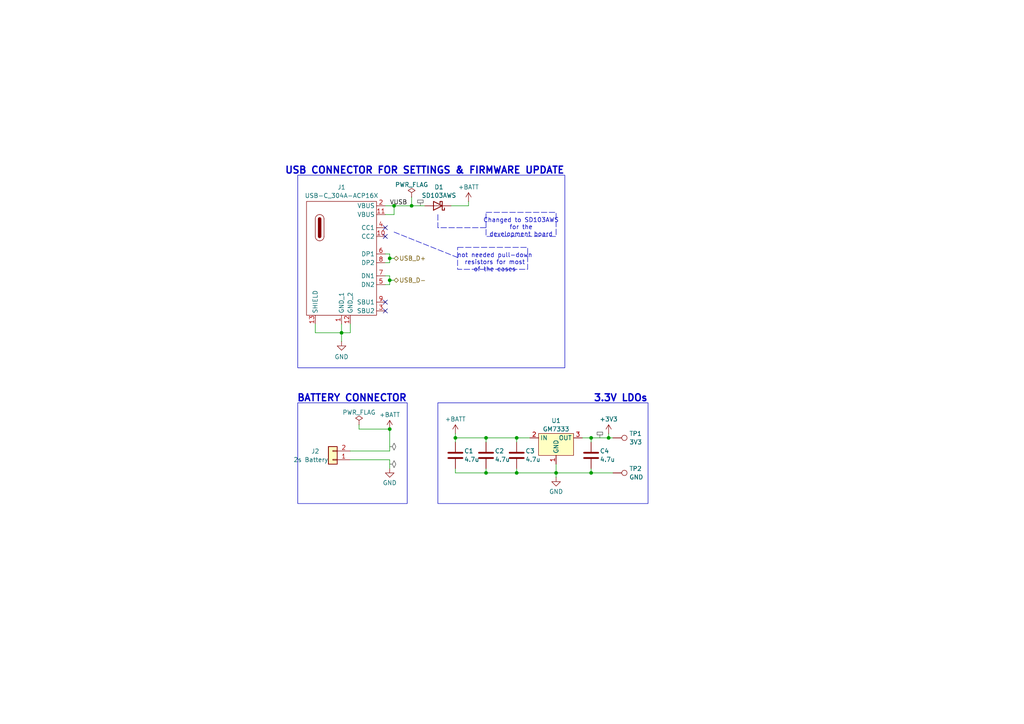
<source format=kicad_sch>
(kicad_sch
	(version 20250114)
	(generator "eeschema")
	(generator_version "9.0")
	(uuid "b48a69b8-486b-425d-a118-f9fea187d6e1")
	(paper "A4")
	(title_block
		(title "Ant Robot control board")
		(date "2025-05-05")
		(rev "2.0")
		(company "Filippo Castellan")
	)
	(lib_symbols
		(symbol "Connector:TestPoint"
			(pin_numbers
				(hide yes)
			)
			(pin_names
				(offset 0.762)
				(hide yes)
			)
			(exclude_from_sim no)
			(in_bom yes)
			(on_board yes)
			(property "Reference" "TP"
				(at 0 6.858 0)
				(effects
					(font
						(size 1.27 1.27)
					)
				)
			)
			(property "Value" "TestPoint"
				(at 0 5.08 0)
				(effects
					(font
						(size 1.27 1.27)
					)
				)
			)
			(property "Footprint" ""
				(at 5.08 0 0)
				(effects
					(font
						(size 1.27 1.27)
					)
					(hide yes)
				)
			)
			(property "Datasheet" "~"
				(at 5.08 0 0)
				(effects
					(font
						(size 1.27 1.27)
					)
					(hide yes)
				)
			)
			(property "Description" "test point"
				(at 0 0 0)
				(effects
					(font
						(size 1.27 1.27)
					)
					(hide yes)
				)
			)
			(property "ki_keywords" "test point tp"
				(at 0 0 0)
				(effects
					(font
						(size 1.27 1.27)
					)
					(hide yes)
				)
			)
			(property "ki_fp_filters" "Pin* Test*"
				(at 0 0 0)
				(effects
					(font
						(size 1.27 1.27)
					)
					(hide yes)
				)
			)
			(symbol "TestPoint_0_1"
				(circle
					(center 0 3.302)
					(radius 0.762)
					(stroke
						(width 0)
						(type default)
					)
					(fill
						(type none)
					)
				)
			)
			(symbol "TestPoint_1_1"
				(pin passive line
					(at 0 0 90)
					(length 2.54)
					(name "1"
						(effects
							(font
								(size 1.27 1.27)
							)
						)
					)
					(number "1"
						(effects
							(font
								(size 1.27 1.27)
							)
						)
					)
				)
			)
			(embedded_fonts no)
		)
		(symbol "Connector_Generic:Conn_01x02"
			(pin_names
				(offset 1.016)
				(hide yes)
			)
			(exclude_from_sim no)
			(in_bom yes)
			(on_board yes)
			(property "Reference" "J"
				(at 0 2.54 0)
				(effects
					(font
						(size 1.27 1.27)
					)
				)
			)
			(property "Value" "Conn_01x02"
				(at 0 -5.08 0)
				(effects
					(font
						(size 1.27 1.27)
					)
				)
			)
			(property "Footprint" ""
				(at 0 0 0)
				(effects
					(font
						(size 1.27 1.27)
					)
					(hide yes)
				)
			)
			(property "Datasheet" "~"
				(at 0 0 0)
				(effects
					(font
						(size 1.27 1.27)
					)
					(hide yes)
				)
			)
			(property "Description" "Generic connector, single row, 01x02, script generated (kicad-library-utils/schlib/autogen/connector/)"
				(at 0 0 0)
				(effects
					(font
						(size 1.27 1.27)
					)
					(hide yes)
				)
			)
			(property "ki_keywords" "connector"
				(at 0 0 0)
				(effects
					(font
						(size 1.27 1.27)
					)
					(hide yes)
				)
			)
			(property "ki_fp_filters" "Connector*:*_1x??_*"
				(at 0 0 0)
				(effects
					(font
						(size 1.27 1.27)
					)
					(hide yes)
				)
			)
			(symbol "Conn_01x02_1_1"
				(rectangle
					(start -1.27 1.27)
					(end 1.27 -3.81)
					(stroke
						(width 0.254)
						(type default)
					)
					(fill
						(type background)
					)
				)
				(rectangle
					(start -1.27 0.127)
					(end 0 -0.127)
					(stroke
						(width 0.1524)
						(type default)
					)
					(fill
						(type none)
					)
				)
				(rectangle
					(start -1.27 -2.413)
					(end 0 -2.667)
					(stroke
						(width 0.1524)
						(type default)
					)
					(fill
						(type none)
					)
				)
				(pin passive line
					(at -5.08 0 0)
					(length 3.81)
					(name "Pin_1"
						(effects
							(font
								(size 1.27 1.27)
							)
						)
					)
					(number "1"
						(effects
							(font
								(size 1.27 1.27)
							)
						)
					)
				)
				(pin passive line
					(at -5.08 -2.54 0)
					(length 3.81)
					(name "Pin_2"
						(effects
							(font
								(size 1.27 1.27)
							)
						)
					)
					(number "2"
						(effects
							(font
								(size 1.27 1.27)
							)
						)
					)
				)
			)
			(embedded_fonts no)
		)
		(symbol "Device:C"
			(pin_numbers
				(hide yes)
			)
			(pin_names
				(offset 0.254)
			)
			(exclude_from_sim no)
			(in_bom yes)
			(on_board yes)
			(property "Reference" "C"
				(at 0.635 2.54 0)
				(effects
					(font
						(size 1.27 1.27)
					)
					(justify left)
				)
			)
			(property "Value" "C"
				(at 0.635 -2.54 0)
				(effects
					(font
						(size 1.27 1.27)
					)
					(justify left)
				)
			)
			(property "Footprint" ""
				(at 0.9652 -3.81 0)
				(effects
					(font
						(size 1.27 1.27)
					)
					(hide yes)
				)
			)
			(property "Datasheet" "~"
				(at 0 0 0)
				(effects
					(font
						(size 1.27 1.27)
					)
					(hide yes)
				)
			)
			(property "Description" "Unpolarized capacitor"
				(at 0 0 0)
				(effects
					(font
						(size 1.27 1.27)
					)
					(hide yes)
				)
			)
			(property "ki_keywords" "cap capacitor"
				(at 0 0 0)
				(effects
					(font
						(size 1.27 1.27)
					)
					(hide yes)
				)
			)
			(property "ki_fp_filters" "C_*"
				(at 0 0 0)
				(effects
					(font
						(size 1.27 1.27)
					)
					(hide yes)
				)
			)
			(symbol "C_0_1"
				(polyline
					(pts
						(xy -2.032 0.762) (xy 2.032 0.762)
					)
					(stroke
						(width 0.508)
						(type default)
					)
					(fill
						(type none)
					)
				)
				(polyline
					(pts
						(xy -2.032 -0.762) (xy 2.032 -0.762)
					)
					(stroke
						(width 0.508)
						(type default)
					)
					(fill
						(type none)
					)
				)
			)
			(symbol "C_1_1"
				(pin passive line
					(at 0 3.81 270)
					(length 2.794)
					(name "~"
						(effects
							(font
								(size 1.27 1.27)
							)
						)
					)
					(number "1"
						(effects
							(font
								(size 1.27 1.27)
							)
						)
					)
				)
				(pin passive line
					(at 0 -3.81 90)
					(length 2.794)
					(name "~"
						(effects
							(font
								(size 1.27 1.27)
							)
						)
					)
					(number "2"
						(effects
							(font
								(size 1.27 1.27)
							)
						)
					)
				)
			)
			(embedded_fonts no)
		)
		(symbol "Device:D_Schottky"
			(pin_numbers
				(hide yes)
			)
			(pin_names
				(offset 1.016)
				(hide yes)
			)
			(exclude_from_sim no)
			(in_bom yes)
			(on_board yes)
			(property "Reference" "D"
				(at 0 2.54 0)
				(effects
					(font
						(size 1.27 1.27)
					)
				)
			)
			(property "Value" "D_Schottky"
				(at 0 -2.54 0)
				(effects
					(font
						(size 1.27 1.27)
					)
				)
			)
			(property "Footprint" ""
				(at 0 0 0)
				(effects
					(font
						(size 1.27 1.27)
					)
					(hide yes)
				)
			)
			(property "Datasheet" "~"
				(at 0 0 0)
				(effects
					(font
						(size 1.27 1.27)
					)
					(hide yes)
				)
			)
			(property "Description" "Schottky diode"
				(at 0 0 0)
				(effects
					(font
						(size 1.27 1.27)
					)
					(hide yes)
				)
			)
			(property "ki_keywords" "diode Schottky"
				(at 0 0 0)
				(effects
					(font
						(size 1.27 1.27)
					)
					(hide yes)
				)
			)
			(property "ki_fp_filters" "TO-???* *_Diode_* *SingleDiode* D_*"
				(at 0 0 0)
				(effects
					(font
						(size 1.27 1.27)
					)
					(hide yes)
				)
			)
			(symbol "D_Schottky_0_1"
				(polyline
					(pts
						(xy -1.905 0.635) (xy -1.905 1.27) (xy -1.27 1.27) (xy -1.27 -1.27) (xy -0.635 -1.27) (xy -0.635 -0.635)
					)
					(stroke
						(width 0.254)
						(type default)
					)
					(fill
						(type none)
					)
				)
				(polyline
					(pts
						(xy 1.27 1.27) (xy 1.27 -1.27) (xy -1.27 0) (xy 1.27 1.27)
					)
					(stroke
						(width 0.254)
						(type default)
					)
					(fill
						(type none)
					)
				)
				(polyline
					(pts
						(xy 1.27 0) (xy -1.27 0)
					)
					(stroke
						(width 0)
						(type default)
					)
					(fill
						(type none)
					)
				)
			)
			(symbol "D_Schottky_1_1"
				(pin passive line
					(at -3.81 0 0)
					(length 2.54)
					(name "K"
						(effects
							(font
								(size 1.27 1.27)
							)
						)
					)
					(number "1"
						(effects
							(font
								(size 1.27 1.27)
							)
						)
					)
				)
				(pin passive line
					(at 3.81 0 180)
					(length 2.54)
					(name "A"
						(effects
							(font
								(size 1.27 1.27)
							)
						)
					)
					(number "2"
						(effects
							(font
								(size 1.27 1.27)
							)
						)
					)
				)
			)
			(embedded_fonts no)
		)
		(symbol "_MIA:USB-C_304A-ACP16X"
			(exclude_from_sim no)
			(in_bom yes)
			(on_board yes)
			(property "Reference" "J1"
				(at 0 18.889 0)
				(effects
					(font
						(size 1.27 1.27)
					)
				)
			)
			(property "Value" "USB-C_304A-ACP16X"
				(at 0 16.3521 0)
				(effects
					(font
						(size 1.27 1.27)
					)
				)
			)
			(property "Footprint" "_MIA:USB_C_304A-ACP16X"
				(at 0 2.54 0)
				(effects
					(font
						(size 1.27 1.27)
					)
					(hide yes)
				)
			)
			(property "Datasheet" "https://datasheet.lcsc.com/lcsc/2110291630_XUNPU-TYPEC-304A-ACP16W_C2909607.pdf"
				(at 0 2.54 0)
				(effects
					(font
						(size 1.27 1.27)
					)
					(hide yes)
				)
			)
			(property "Description" ""
				(at 0 0 0)
				(effects
					(font
						(size 1.27 1.27)
					)
					(hide yes)
				)
			)
			(symbol "USB-C_304A-ACP16X_0_1"
				(rectangle
					(start -10.16 15.24)
					(end 10.16 -17.78)
					(stroke
						(width 0.1524)
						(type default)
					)
					(fill
						(type none)
					)
				)
				(polyline
					(pts
						(xy -7.62 10.16) (xy -7.62 5.08)
					)
					(stroke
						(width 0.1524)
						(type default)
					)
					(fill
						(type none)
					)
				)
				(arc
					(start -6.35 11.43)
					(mid -5.452 11.058)
					(end -5.08 10.16)
					(stroke
						(width 0.1524)
						(type default)
					)
					(fill
						(type none)
					)
				)
				(arc
					(start -5.08 5.08)
					(mid -5.452 4.182)
					(end -6.35 3.81)
					(stroke
						(width 0.1524)
						(type default)
					)
					(fill
						(type none)
					)
				)
				(polyline
					(pts
						(xy -6.35 10.16) (xy -6.35 10.16)
					)
					(stroke
						(width 0.1524)
						(type default)
					)
					(fill
						(type none)
					)
				)
				(polyline
					(pts
						(xy -6.35 10.16) (xy -6.35 5.08)
					)
					(stroke
						(width 1)
						(type default)
					)
					(fill
						(type none)
					)
				)
				(arc
					(start -7.62 10.16)
					(mid -7.248 11.058)
					(end -6.35 11.43)
					(stroke
						(width 0.1524)
						(type default)
					)
					(fill
						(type none)
					)
				)
				(arc
					(start -6.35 3.81)
					(mid -7.248 4.182)
					(end -7.62 5.08)
					(stroke
						(width 0.1524)
						(type default)
					)
					(fill
						(type none)
					)
				)
				(polyline
					(pts
						(xy -5.08 10.16) (xy -5.08 5.08)
					)
					(stroke
						(width 0.1524)
						(type default)
					)
					(fill
						(type none)
					)
				)
			)
			(symbol "USB-C_304A-ACP16X_1_1"
				(pin power_in line
					(at -7.62 -20.32 90)
					(length 2.54)
					(name "SHIELD"
						(effects
							(font
								(size 1.27 1.27)
							)
						)
					)
					(number "13"
						(effects
							(font
								(size 1.27 1.27)
							)
						)
					)
				)
				(pin power_in line
					(at 0 -20.32 90)
					(length 2.54)
					(name "GND_1"
						(effects
							(font
								(size 1.27 1.27)
							)
						)
					)
					(number "1"
						(effects
							(font
								(size 1.27 1.27)
							)
						)
					)
				)
				(pin power_out line
					(at 2.54 -20.32 90)
					(length 2.54)
					(name "GND_2"
						(effects
							(font
								(size 1.27 1.27)
							)
						)
					)
					(number "12"
						(effects
							(font
								(size 1.27 1.27)
							)
						)
					)
				)
				(pin power_in line
					(at 12.7 13.97 180)
					(length 2.54)
					(name "VBUS"
						(effects
							(font
								(size 1.27 1.27)
							)
						)
					)
					(number "2"
						(effects
							(font
								(size 1.27 1.27)
							)
						)
					)
				)
				(pin power_in line
					(at 12.7 11.43 180)
					(length 2.54)
					(name "VBUS"
						(effects
							(font
								(size 1.27 1.27)
							)
						)
					)
					(number "11"
						(effects
							(font
								(size 1.27 1.27)
							)
						)
					)
				)
				(pin unspecified line
					(at 12.7 7.62 180)
					(length 2.54)
					(name "CC1"
						(effects
							(font
								(size 1.27 1.27)
							)
						)
					)
					(number "4"
						(effects
							(font
								(size 1.27 1.27)
							)
						)
					)
				)
				(pin unspecified line
					(at 12.7 5.08 180)
					(length 2.54)
					(name "CC2"
						(effects
							(font
								(size 1.27 1.27)
							)
						)
					)
					(number "10"
						(effects
							(font
								(size 1.27 1.27)
							)
						)
					)
				)
				(pin bidirectional line
					(at 12.7 0 180)
					(length 2.54)
					(name "DP1"
						(effects
							(font
								(size 1.27 1.27)
							)
						)
					)
					(number "6"
						(effects
							(font
								(size 1.27 1.27)
							)
						)
					)
				)
				(pin bidirectional line
					(at 12.7 -2.54 180)
					(length 2.54)
					(name "DP2"
						(effects
							(font
								(size 1.27 1.27)
							)
						)
					)
					(number "8"
						(effects
							(font
								(size 1.27 1.27)
							)
						)
					)
				)
				(pin bidirectional line
					(at 12.7 -6.35 180)
					(length 2.54)
					(name "DN1"
						(effects
							(font
								(size 1.27 1.27)
							)
						)
					)
					(number "7"
						(effects
							(font
								(size 1.27 1.27)
							)
						)
					)
				)
				(pin bidirectional line
					(at 12.7 -8.89 180)
					(length 2.54)
					(name "DN2"
						(effects
							(font
								(size 1.27 1.27)
							)
						)
					)
					(number "5"
						(effects
							(font
								(size 1.27 1.27)
							)
						)
					)
				)
				(pin unspecified line
					(at 12.7 -13.97 180)
					(length 2.54)
					(name "SBU1"
						(effects
							(font
								(size 1.27 1.27)
							)
						)
					)
					(number "9"
						(effects
							(font
								(size 1.27 1.27)
							)
						)
					)
				)
				(pin unspecified line
					(at 12.7 -16.51 180)
					(length 2.54)
					(name "SBU2"
						(effects
							(font
								(size 1.27 1.27)
							)
						)
					)
					(number "3"
						(effects
							(font
								(size 1.27 1.27)
							)
						)
					)
				)
			)
			(embedded_fonts no)
		)
		(symbol "_My_power_management_IC:GM7333"
			(exclude_from_sim no)
			(in_bom yes)
			(on_board yes)
			(property "Reference" "U"
				(at 0 2.794 0)
				(effects
					(font
						(size 1.27 1.27)
					)
				)
			)
			(property "Value" "GM7333"
				(at 0 1.016 0)
				(effects
					(font
						(size 1.27 1.27)
					)
				)
			)
			(property "Footprint" "Package_TO_SOT_SMD:SOT-89-3"
				(at 0.762 12.446 0)
				(effects
					(font
						(size 1.27 1.27)
					)
					(hide yes)
				)
			)
			(property "Datasheet" "https://www.lcsc.com/datasheet/lcsc_datasheet_2308181508_GATEMODE-GM7333_C2833582.pdf"
				(at 0.254 16.002 0)
				(effects
					(font
						(size 1.27 1.27)
					)
					(hide yes)
				)
			)
			(property "Description" "250mA LDO 40Vin 3.3Vout"
				(at 0.254 14.224 0)
				(effects
					(font
						(size 1.27 1.27)
					)
					(hide yes)
				)
			)
			(property "LCSC" "C2833582"
				(at 0 10.668 0)
				(effects
					(font
						(size 1.27 1.27)
					)
					(hide yes)
				)
			)
			(property "ki_keywords" "LDO"
				(at 0 0 0)
				(effects
					(font
						(size 1.27 1.27)
					)
					(hide yes)
				)
			)
			(symbol "GM7333_1_1"
				(rectangle
					(start -5.08 0)
					(end 5.08 -6.35)
					(stroke
						(width 0)
						(type default)
					)
					(fill
						(type background)
					)
				)
				(pin power_in line
					(at -7.62 -1.27 0)
					(length 2.54)
					(name "IN"
						(effects
							(font
								(size 1.27 1.27)
							)
						)
					)
					(number "2"
						(effects
							(font
								(size 1.27 1.27)
							)
						)
					)
				)
				(pin power_in line
					(at 0 -8.89 90)
					(length 2.54)
					(name "GND"
						(effects
							(font
								(size 1.27 1.27)
							)
						)
					)
					(number "1"
						(effects
							(font
								(size 1.27 1.27)
							)
						)
					)
				)
				(pin power_out line
					(at 7.62 -1.27 180)
					(length 2.54)
					(name "OUT"
						(effects
							(font
								(size 1.27 1.27)
							)
						)
					)
					(number "3"
						(effects
							(font
								(size 1.27 1.27)
							)
						)
					)
				)
			)
			(embedded_fonts no)
		)
		(symbol "power:+3V3"
			(power)
			(pin_numbers
				(hide yes)
			)
			(pin_names
				(offset 0)
				(hide yes)
			)
			(exclude_from_sim no)
			(in_bom yes)
			(on_board yes)
			(property "Reference" "#PWR"
				(at 0 -3.81 0)
				(effects
					(font
						(size 1.27 1.27)
					)
					(hide yes)
				)
			)
			(property "Value" "+3V3"
				(at 0 3.556 0)
				(effects
					(font
						(size 1.27 1.27)
					)
				)
			)
			(property "Footprint" ""
				(at 0 0 0)
				(effects
					(font
						(size 1.27 1.27)
					)
					(hide yes)
				)
			)
			(property "Datasheet" ""
				(at 0 0 0)
				(effects
					(font
						(size 1.27 1.27)
					)
					(hide yes)
				)
			)
			(property "Description" "Power symbol creates a global label with name \"+3V3\""
				(at 0 0 0)
				(effects
					(font
						(size 1.27 1.27)
					)
					(hide yes)
				)
			)
			(property "ki_keywords" "global power"
				(at 0 0 0)
				(effects
					(font
						(size 1.27 1.27)
					)
					(hide yes)
				)
			)
			(symbol "+3V3_0_1"
				(polyline
					(pts
						(xy -0.762 1.27) (xy 0 2.54)
					)
					(stroke
						(width 0)
						(type default)
					)
					(fill
						(type none)
					)
				)
				(polyline
					(pts
						(xy 0 2.54) (xy 0.762 1.27)
					)
					(stroke
						(width 0)
						(type default)
					)
					(fill
						(type none)
					)
				)
				(polyline
					(pts
						(xy 0 0) (xy 0 2.54)
					)
					(stroke
						(width 0)
						(type default)
					)
					(fill
						(type none)
					)
				)
			)
			(symbol "+3V3_1_1"
				(pin power_in line
					(at 0 0 90)
					(length 0)
					(name "~"
						(effects
							(font
								(size 1.27 1.27)
							)
						)
					)
					(number "1"
						(effects
							(font
								(size 1.27 1.27)
							)
						)
					)
				)
			)
			(embedded_fonts no)
		)
		(symbol "power:+BATT"
			(power)
			(pin_numbers
				(hide yes)
			)
			(pin_names
				(offset 0)
				(hide yes)
			)
			(exclude_from_sim no)
			(in_bom yes)
			(on_board yes)
			(property "Reference" "#PWR"
				(at 0 -3.81 0)
				(effects
					(font
						(size 1.27 1.27)
					)
					(hide yes)
				)
			)
			(property "Value" "+BATT"
				(at 0 3.556 0)
				(effects
					(font
						(size 1.27 1.27)
					)
				)
			)
			(property "Footprint" ""
				(at 0 0 0)
				(effects
					(font
						(size 1.27 1.27)
					)
					(hide yes)
				)
			)
			(property "Datasheet" ""
				(at 0 0 0)
				(effects
					(font
						(size 1.27 1.27)
					)
					(hide yes)
				)
			)
			(property "Description" "Power symbol creates a global label with name \"+BATT\""
				(at 0 0 0)
				(effects
					(font
						(size 1.27 1.27)
					)
					(hide yes)
				)
			)
			(property "ki_keywords" "global power battery"
				(at 0 0 0)
				(effects
					(font
						(size 1.27 1.27)
					)
					(hide yes)
				)
			)
			(symbol "+BATT_0_1"
				(polyline
					(pts
						(xy -0.762 1.27) (xy 0 2.54)
					)
					(stroke
						(width 0)
						(type default)
					)
					(fill
						(type none)
					)
				)
				(polyline
					(pts
						(xy 0 2.54) (xy 0.762 1.27)
					)
					(stroke
						(width 0)
						(type default)
					)
					(fill
						(type none)
					)
				)
				(polyline
					(pts
						(xy 0 0) (xy 0 2.54)
					)
					(stroke
						(width 0)
						(type default)
					)
					(fill
						(type none)
					)
				)
			)
			(symbol "+BATT_1_1"
				(pin power_in line
					(at 0 0 90)
					(length 0)
					(name "~"
						(effects
							(font
								(size 1.27 1.27)
							)
						)
					)
					(number "1"
						(effects
							(font
								(size 1.27 1.27)
							)
						)
					)
				)
			)
			(embedded_fonts no)
		)
		(symbol "power:GND"
			(power)
			(pin_numbers
				(hide yes)
			)
			(pin_names
				(offset 0)
				(hide yes)
			)
			(exclude_from_sim no)
			(in_bom yes)
			(on_board yes)
			(property "Reference" "#PWR"
				(at 0 -6.35 0)
				(effects
					(font
						(size 1.27 1.27)
					)
					(hide yes)
				)
			)
			(property "Value" "GND"
				(at 0 -3.81 0)
				(effects
					(font
						(size 1.27 1.27)
					)
				)
			)
			(property "Footprint" ""
				(at 0 0 0)
				(effects
					(font
						(size 1.27 1.27)
					)
					(hide yes)
				)
			)
			(property "Datasheet" ""
				(at 0 0 0)
				(effects
					(font
						(size 1.27 1.27)
					)
					(hide yes)
				)
			)
			(property "Description" "Power symbol creates a global label with name \"GND\" , ground"
				(at 0 0 0)
				(effects
					(font
						(size 1.27 1.27)
					)
					(hide yes)
				)
			)
			(property "ki_keywords" "global power"
				(at 0 0 0)
				(effects
					(font
						(size 1.27 1.27)
					)
					(hide yes)
				)
			)
			(symbol "GND_0_1"
				(polyline
					(pts
						(xy 0 0) (xy 0 -1.27) (xy 1.27 -1.27) (xy 0 -2.54) (xy -1.27 -1.27) (xy 0 -1.27)
					)
					(stroke
						(width 0)
						(type default)
					)
					(fill
						(type none)
					)
				)
			)
			(symbol "GND_1_1"
				(pin power_in line
					(at 0 0 270)
					(length 0)
					(name "~"
						(effects
							(font
								(size 1.27 1.27)
							)
						)
					)
					(number "1"
						(effects
							(font
								(size 1.27 1.27)
							)
						)
					)
				)
			)
			(embedded_fonts no)
		)
		(symbol "power:PWR_FLAG"
			(power)
			(pin_numbers
				(hide yes)
			)
			(pin_names
				(offset 0)
				(hide yes)
			)
			(exclude_from_sim no)
			(in_bom yes)
			(on_board yes)
			(property "Reference" "#FLG"
				(at 0 1.905 0)
				(effects
					(font
						(size 1.27 1.27)
					)
					(hide yes)
				)
			)
			(property "Value" "PWR_FLAG"
				(at 0 3.81 0)
				(effects
					(font
						(size 1.27 1.27)
					)
				)
			)
			(property "Footprint" ""
				(at 0 0 0)
				(effects
					(font
						(size 1.27 1.27)
					)
					(hide yes)
				)
			)
			(property "Datasheet" "~"
				(at 0 0 0)
				(effects
					(font
						(size 1.27 1.27)
					)
					(hide yes)
				)
			)
			(property "Description" "Special symbol for telling ERC where power comes from"
				(at 0 0 0)
				(effects
					(font
						(size 1.27 1.27)
					)
					(hide yes)
				)
			)
			(property "ki_keywords" "flag power"
				(at 0 0 0)
				(effects
					(font
						(size 1.27 1.27)
					)
					(hide yes)
				)
			)
			(symbol "PWR_FLAG_0_0"
				(pin power_out line
					(at 0 0 90)
					(length 0)
					(name "~"
						(effects
							(font
								(size 1.27 1.27)
							)
						)
					)
					(number "1"
						(effects
							(font
								(size 1.27 1.27)
							)
						)
					)
				)
			)
			(symbol "PWR_FLAG_0_1"
				(polyline
					(pts
						(xy 0 0) (xy 0 1.27) (xy -1.016 1.905) (xy 0 2.54) (xy 1.016 1.905) (xy 0 1.27)
					)
					(stroke
						(width 0)
						(type default)
					)
					(fill
						(type none)
					)
				)
			)
			(embedded_fonts no)
		)
	)
	(rectangle
		(start 86.36 50.8)
		(end 163.83 106.68)
		(stroke
			(width 0)
			(type default)
		)
		(fill
			(type none)
		)
		(uuid 3b3f8676-b557-4c2e-95af-09f9ac8a9b5f)
	)
	(rectangle
		(start 86.36 116.84)
		(end 118.11 146.05)
		(stroke
			(width 0)
			(type default)
		)
		(fill
			(type none)
		)
		(uuid 58905789-62e1-4828-812c-724259379af1)
	)
	(rectangle
		(start 140.97 61.595)
		(end 161.29 68.58)
		(stroke
			(width 0)
			(type dash)
		)
		(fill
			(type none)
		)
		(uuid 8a9ed273-a2ab-48c0-99be-f04933633dda)
	)
	(rectangle
		(start 132.715 71.755)
		(end 153.035 78.105)
		(stroke
			(width 0)
			(type dash)
		)
		(fill
			(type none)
		)
		(uuid b05479c5-8c0f-4a3f-9ad5-dd4e1e3d0bd8)
	)
	(rectangle
		(start 127 116.84)
		(end 187.96 146.05)
		(stroke
			(width 0)
			(type default)
		)
		(fill
			(type none)
		)
		(uuid c9424b0b-9503-4ffb-a1f8-b08eac2170dd)
	)
	(text "not needed pull-down\nresistors for most\nof the cases"
		(exclude_from_sim no)
		(at 143.51 76.2 0)
		(effects
			(font
				(size 1.27 1.27)
			)
		)
		(uuid "12358778-5951-4058-99bc-a67f758500ea")
	)
	(text "BATTERY CONNECTOR"
		(exclude_from_sim no)
		(at 118.11 115.57 0)
		(effects
			(font
				(size 2 2)
				(thickness 0.4)
				(bold yes)
			)
			(justify right)
		)
		(uuid "5d3a4ae9-760a-4d2a-9b83-84a15e26e65d")
	)
	(text "3.3V LDOs"
		(exclude_from_sim no)
		(at 187.96 115.57 0)
		(effects
			(font
				(size 2 2)
				(thickness 0.4)
				(bold yes)
			)
			(justify right)
		)
		(uuid "6cfe19aa-b883-4afa-9001-b356c1c9c0b2")
	)
	(text "USB CONNECTOR FOR SETTINGS & FIRMWARE UPDATE"
		(exclude_from_sim no)
		(at 163.83 49.53 0)
		(effects
			(font
				(size 2 2)
				(thickness 0.4)
				(bold yes)
			)
			(justify right)
		)
		(uuid "7a714632-03ea-4bc8-9c48-bfef9b795294")
	)
	(text "Changed to SD103AWS\nfor the\ndevelopment board"
		(exclude_from_sim no)
		(at 151.13 66.04 0)
		(effects
			(font
				(size 1.27 1.27)
			)
		)
		(uuid "ae9fe72e-486d-47be-95ff-40c359e46dde")
	)
	(junction
		(at 176.53 127)
		(diameter 0)
		(color 0 0 0 0)
		(uuid "1038c5be-a310-4477-a229-d8c68e4d0b75")
	)
	(junction
		(at 132.08 127)
		(diameter 0)
		(color 0 0 0 0)
		(uuid "13ce6af7-fc51-4bf2-8aaf-e3074b0903ca")
	)
	(junction
		(at 113.03 124.46)
		(diameter 0)
		(color 0 0 0 0)
		(uuid "1e240a25-3ebe-4358-8753-c434cb74b9d2")
	)
	(junction
		(at 140.97 127)
		(diameter 0)
		(color 0 0 0 0)
		(uuid "36cd6a25-a58e-47b6-8b11-bf09a712e871")
	)
	(junction
		(at 113.03 74.93)
		(diameter 0)
		(color 0 0 0 0)
		(uuid "5bf5d360-c14b-4bfe-9cc3-6c36f5baddb7")
	)
	(junction
		(at 171.45 137.16)
		(diameter 0)
		(color 0 0 0 0)
		(uuid "68b21b26-eb1e-4c29-91ab-263f746eed9d")
	)
	(junction
		(at 119.38 59.69)
		(diameter 0)
		(color 0 0 0 0)
		(uuid "69dca986-4a26-453a-8340-50ea48c85644")
	)
	(junction
		(at 114.3 59.69)
		(diameter 0)
		(color 0 0 0 0)
		(uuid "892c157f-a8ee-43ae-b5bb-6afee7aecedc")
	)
	(junction
		(at 113.03 81.28)
		(diameter 0)
		(color 0 0 0 0)
		(uuid "897c92e4-3d71-4c73-83b1-e29999fa773c")
	)
	(junction
		(at 140.97 137.16)
		(diameter 0)
		(color 0 0 0 0)
		(uuid "8a4e7c32-361f-4a25-910f-12922484d938")
	)
	(junction
		(at 149.86 137.16)
		(diameter 0)
		(color 0 0 0 0)
		(uuid "8d1c03a2-1d7c-47a1-95c5-dac6c84065a8")
	)
	(junction
		(at 149.86 127)
		(diameter 0)
		(color 0 0 0 0)
		(uuid "a3e1f0f0-3be8-4aff-afe3-1fbc0f8e593e")
	)
	(junction
		(at 161.29 137.16)
		(diameter 0)
		(color 0 0 0 0)
		(uuid "a9d03cf2-a067-4de3-8f74-dcc0c90aabbb")
	)
	(junction
		(at 99.06 96.52)
		(diameter 0)
		(color 0 0 0 0)
		(uuid "e933a7c9-5b08-487b-8f9d-ce70275f0221")
	)
	(junction
		(at 171.45 127)
		(diameter 0)
		(color 0 0 0 0)
		(uuid "f80cd281-26cf-4663-9e2e-2548c477d462")
	)
	(no_connect
		(at 111.76 87.63)
		(uuid "119c57fa-6e9d-4ae8-9364-abaa3240a555")
	)
	(no_connect
		(at 111.76 90.17)
		(uuid "9a6ceee7-9aba-431d-843c-f8d4dece71fe")
	)
	(no_connect
		(at 111.76 68.58)
		(uuid "bc0c1f3c-2cce-45db-a61b-f73c92a94807")
	)
	(no_connect
		(at 111.76 66.04)
		(uuid "ee17cc0a-0a7c-41cf-9509-63d5144472c2")
	)
	(polyline
		(pts
			(xy 127 62.23) (xy 127 66.04)
		)
		(stroke
			(width 0)
			(type dash)
		)
		(uuid "023cad34-449d-4099-8b41-198d4516e49f")
	)
	(wire
		(pts
			(xy 111.76 80.01) (xy 113.03 80.01)
		)
		(stroke
			(width 0)
			(type default)
		)
		(uuid "0c753ad0-f179-43ac-a37a-885c79116c0c")
	)
	(wire
		(pts
			(xy 99.06 96.52) (xy 101.6 96.52)
		)
		(stroke
			(width 0)
			(type default)
		)
		(uuid "1642f786-f6cf-4dc1-8c00-149e6436d0f1")
	)
	(wire
		(pts
			(xy 140.97 137.16) (xy 149.86 137.16)
		)
		(stroke
			(width 0)
			(type default)
		)
		(uuid "16fdbbdf-011c-4d15-9c1a-390512009b98")
	)
	(wire
		(pts
			(xy 140.97 127) (xy 149.86 127)
		)
		(stroke
			(width 0)
			(type default)
		)
		(uuid "17af2db6-f290-452c-a135-db8ec0fe9dba")
	)
	(wire
		(pts
			(xy 140.97 127) (xy 140.97 128.27)
		)
		(stroke
			(width 0)
			(type default)
		)
		(uuid "183cb230-ff9f-49c9-adbb-bc0b97dcae62")
	)
	(wire
		(pts
			(xy 101.6 133.35) (xy 113.03 133.35)
		)
		(stroke
			(width 0)
			(type default)
		)
		(uuid "1e66afa1-3d23-4df5-93a4-12688619af05")
	)
	(wire
		(pts
			(xy 111.76 76.2) (xy 113.03 76.2)
		)
		(stroke
			(width 0)
			(type default)
		)
		(uuid "1f4a6778-a14f-4da8-b543-e673c2a2b809")
	)
	(wire
		(pts
			(xy 132.08 137.16) (xy 140.97 137.16)
		)
		(stroke
			(width 0)
			(type default)
		)
		(uuid "242d214e-a3f4-4a99-aa70-2d05cd898bed")
	)
	(wire
		(pts
			(xy 113.03 133.35) (xy 113.03 135.89)
		)
		(stroke
			(width 0)
			(type default)
		)
		(uuid "26b85605-278a-415d-8560-c14e4e05133b")
	)
	(wire
		(pts
			(xy 91.44 96.52) (xy 99.06 96.52)
		)
		(stroke
			(width 0)
			(type default)
		)
		(uuid "2c488aee-96ad-46d4-8a75-8924abefd368")
	)
	(polyline
		(pts
			(xy 114.3 67.31) (xy 133.35 74.93)
		)
		(stroke
			(width 0)
			(type dash)
		)
		(uuid "2f0604ce-e4c4-4fa9-b6ef-4841cfcbe777")
	)
	(wire
		(pts
			(xy 132.08 128.27) (xy 132.08 127)
		)
		(stroke
			(width 0)
			(type default)
		)
		(uuid "33986fb5-7992-4be8-825a-42c241cc8534")
	)
	(wire
		(pts
			(xy 113.03 74.93) (xy 114.3 74.93)
		)
		(stroke
			(width 0)
			(type default)
		)
		(uuid "3897c33d-1314-4888-97e2-0f287cb5cd57")
	)
	(wire
		(pts
			(xy 132.08 127) (xy 140.97 127)
		)
		(stroke
			(width 0)
			(type default)
		)
		(uuid "4088d161-3d51-4571-b4d8-95b79d8d413c")
	)
	(wire
		(pts
			(xy 119.38 57.15) (xy 119.38 59.69)
		)
		(stroke
			(width 0)
			(type default)
		)
		(uuid "44ae0f8b-c86b-420d-b5ce-77c2da57df35")
	)
	(wire
		(pts
			(xy 161.29 134.62) (xy 161.29 137.16)
		)
		(stroke
			(width 0)
			(type default)
		)
		(uuid "45403bf1-87e4-447f-be1f-46ccf057fd60")
	)
	(wire
		(pts
			(xy 113.03 81.28) (xy 113.03 80.01)
		)
		(stroke
			(width 0)
			(type default)
		)
		(uuid "45929633-10df-497d-9a76-596ec3a49f01")
	)
	(wire
		(pts
			(xy 119.38 59.69) (xy 123.19 59.69)
		)
		(stroke
			(width 0)
			(type default)
		)
		(uuid "4b1dd89d-fab6-49be-96af-35e550309433")
	)
	(wire
		(pts
			(xy 171.45 127) (xy 171.45 128.27)
		)
		(stroke
			(width 0)
			(type default)
		)
		(uuid "4e8c792d-b5a0-4b7f-af35-09ef4783ec09")
	)
	(wire
		(pts
			(xy 104.14 124.46) (xy 113.03 124.46)
		)
		(stroke
			(width 0)
			(type default)
		)
		(uuid "57304d83-9bc1-4085-8e48-77a82e147f9c")
	)
	(wire
		(pts
			(xy 176.53 127) (xy 177.8 127)
		)
		(stroke
			(width 0)
			(type default)
		)
		(uuid "69bb006c-c5ab-43d5-b894-8c62ccbda029")
	)
	(wire
		(pts
			(xy 99.06 96.52) (xy 99.06 99.06)
		)
		(stroke
			(width 0)
			(type default)
		)
		(uuid "79893dfa-795a-4c91-b714-3332388f9713")
	)
	(wire
		(pts
			(xy 113.03 124.46) (xy 113.03 130.81)
		)
		(stroke
			(width 0)
			(type default)
		)
		(uuid "83302d92-d3f5-41e6-86b8-19335473699d")
	)
	(wire
		(pts
			(xy 161.29 137.16) (xy 161.29 138.43)
		)
		(stroke
			(width 0)
			(type default)
		)
		(uuid "8359112b-07e2-43ef-a219-a38ac7a997f1")
	)
	(wire
		(pts
			(xy 168.91 127) (xy 171.45 127)
		)
		(stroke
			(width 0)
			(type default)
		)
		(uuid "88534ddc-2e7f-418c-896f-d2d0063ee252")
	)
	(wire
		(pts
			(xy 114.3 62.23) (xy 114.3 59.69)
		)
		(stroke
			(width 0)
			(type default)
		)
		(uuid "88945d98-a01f-41b9-8e5d-b78a4eaa01f5")
	)
	(wire
		(pts
			(xy 113.03 76.2) (xy 113.03 74.93)
		)
		(stroke
			(width 0)
			(type default)
		)
		(uuid "8d97528a-b91d-4c59-a021-6c3a6919658b")
	)
	(wire
		(pts
			(xy 132.08 125.73) (xy 132.08 127)
		)
		(stroke
			(width 0)
			(type default)
		)
		(uuid "8e20f3bd-6bae-4dc0-9889-67363eeead7f")
	)
	(wire
		(pts
			(xy 132.08 135.89) (xy 132.08 137.16)
		)
		(stroke
			(width 0)
			(type default)
		)
		(uuid "901f107b-6492-4e48-86d3-0081aa68dc6f")
	)
	(wire
		(pts
			(xy 171.45 127) (xy 176.53 127)
		)
		(stroke
			(width 0)
			(type default)
		)
		(uuid "981179d8-655d-4d13-9169-023327d4ce68")
	)
	(wire
		(pts
			(xy 149.86 127) (xy 153.67 127)
		)
		(stroke
			(width 0)
			(type default)
		)
		(uuid "9ad5a0e0-c590-42ce-ba97-c8875ba0bdaf")
	)
	(wire
		(pts
			(xy 111.76 73.66) (xy 113.03 73.66)
		)
		(stroke
			(width 0)
			(type default)
		)
		(uuid "9bdaae23-734d-4ef7-aa7a-e67f77bc8cac")
	)
	(polyline
		(pts
			(xy 140.97 66.04) (xy 127 66.04)
		)
		(stroke
			(width 0)
			(type dash)
		)
		(uuid "a117c4ce-8c97-44a1-ada9-cb2312eec4ed")
	)
	(wire
		(pts
			(xy 111.76 59.69) (xy 114.3 59.69)
		)
		(stroke
			(width 0)
			(type default)
		)
		(uuid "a792ae98-3269-4b40-ace0-6a82faca8740")
	)
	(wire
		(pts
			(xy 149.86 137.16) (xy 149.86 135.89)
		)
		(stroke
			(width 0)
			(type default)
		)
		(uuid "aa0b3ee7-e67f-4d93-a54b-71078bfd696f")
	)
	(wire
		(pts
			(xy 171.45 137.16) (xy 171.45 135.89)
		)
		(stroke
			(width 0)
			(type default)
		)
		(uuid "aabb1235-fe9c-4b25-8743-87ad691de448")
	)
	(wire
		(pts
			(xy 111.76 62.23) (xy 114.3 62.23)
		)
		(stroke
			(width 0)
			(type default)
		)
		(uuid "b5818462-a0e8-4dd6-a86a-7d24995db0f1")
	)
	(wire
		(pts
			(xy 149.86 127) (xy 149.86 128.27)
		)
		(stroke
			(width 0)
			(type default)
		)
		(uuid "b6480232-3c6c-4a7b-bd5c-f4dd3a17dff8")
	)
	(wire
		(pts
			(xy 104.14 123.19) (xy 104.14 124.46)
		)
		(stroke
			(width 0)
			(type default)
		)
		(uuid "bd331afc-97f4-4d20-b110-4888f6ba44a2")
	)
	(wire
		(pts
			(xy 113.03 74.93) (xy 113.03 73.66)
		)
		(stroke
			(width 0)
			(type default)
		)
		(uuid "bef25836-9c62-4197-b13d-b32cfc48f9cf")
	)
	(wire
		(pts
			(xy 130.81 59.69) (xy 135.89 59.69)
		)
		(stroke
			(width 0)
			(type default)
		)
		(uuid "c13c334e-4787-4402-93b1-b438f60cb115")
	)
	(wire
		(pts
			(xy 113.03 81.28) (xy 113.03 82.55)
		)
		(stroke
			(width 0)
			(type default)
		)
		(uuid "cc007793-d091-4986-a63f-3fafb5a19eb7")
	)
	(wire
		(pts
			(xy 101.6 96.52) (xy 101.6 93.98)
		)
		(stroke
			(width 0)
			(type default)
		)
		(uuid "ce49a7c5-e2c3-439f-9eb8-bbdbad7b1bb5")
	)
	(wire
		(pts
			(xy 140.97 135.89) (xy 140.97 137.16)
		)
		(stroke
			(width 0)
			(type default)
		)
		(uuid "ce5313cd-1fa8-4197-bb7b-0f0e79fcf8f6")
	)
	(wire
		(pts
			(xy 161.29 137.16) (xy 171.45 137.16)
		)
		(stroke
			(width 0)
			(type default)
		)
		(uuid "da671b6b-54d5-4332-91ea-e16ccbb42f46")
	)
	(wire
		(pts
			(xy 176.53 125.73) (xy 176.53 127)
		)
		(stroke
			(width 0)
			(type default)
		)
		(uuid "dc619e04-4290-42d1-b31c-68f63e4d8071")
	)
	(wire
		(pts
			(xy 171.45 137.16) (xy 177.8 137.16)
		)
		(stroke
			(width 0)
			(type default)
		)
		(uuid "e34019c4-a69b-40e6-9ef8-988e86dc9702")
	)
	(wire
		(pts
			(xy 101.6 130.81) (xy 113.03 130.81)
		)
		(stroke
			(width 0)
			(type default)
		)
		(uuid "e7c968f0-ce2e-4b35-8f2b-816202dc01a0")
	)
	(wire
		(pts
			(xy 113.03 81.28) (xy 114.3 81.28)
		)
		(stroke
			(width 0)
			(type default)
		)
		(uuid "eb0f66c0-7e30-4b41-9082-62e92747bb23")
	)
	(wire
		(pts
			(xy 111.76 82.55) (xy 113.03 82.55)
		)
		(stroke
			(width 0)
			(type default)
		)
		(uuid "ef0524bc-4298-43ad-b9b2-96496f0fb6b4")
	)
	(wire
		(pts
			(xy 149.86 137.16) (xy 161.29 137.16)
		)
		(stroke
			(width 0)
			(type default)
		)
		(uuid "ef2bc6a6-ddc9-4dc9-b048-781df93e2e78")
	)
	(wire
		(pts
			(xy 99.06 93.98) (xy 99.06 96.52)
		)
		(stroke
			(width 0)
			(type default)
		)
		(uuid "f0560219-6928-471a-bdb3-bf1bed987a25")
	)
	(wire
		(pts
			(xy 135.89 58.42) (xy 135.89 59.69)
		)
		(stroke
			(width 0)
			(type default)
		)
		(uuid "f1990741-7da4-47ef-ac48-39dcd3094188")
	)
	(wire
		(pts
			(xy 91.44 93.98) (xy 91.44 96.52)
		)
		(stroke
			(width 0)
			(type default)
		)
		(uuid "fd8a6e62-f4a7-47fd-87cb-031e165579fb")
	)
	(wire
		(pts
			(xy 114.3 59.69) (xy 119.38 59.69)
		)
		(stroke
			(width 0)
			(type default)
		)
		(uuid "fdecfddd-9bb2-4ee8-8b9b-63db4fa55ef9")
	)
	(label "VUSB"
		(at 113.03 59.69 0)
		(effects
			(font
				(size 1.27 1.27)
			)
			(justify left bottom)
		)
		(uuid "6dff2367-d83a-4fd4-b3b9-eef93618d8c3")
	)
	(hierarchical_label "USB_D+"
		(shape bidirectional)
		(at 114.3 74.93 0)
		(effects
			(font
				(size 1.27 1.27)
			)
			(justify left)
		)
		(uuid "0a5f057d-3206-4226-ab91-0af6a41a9050")
	)
	(hierarchical_label "USB_D-"
		(shape bidirectional)
		(at 114.3 81.28 0)
		(effects
			(font
				(size 1.27 1.27)
			)
			(justify left)
		)
		(uuid "fde81dcf-c035-4b19-85cf-598a92a8bbee")
	)
	(netclass_flag ""
		(length 1.27)
		(shape diamond)
		(at 113.03 134.62 270)
		(fields_autoplaced yes)
		(effects
			(font
				(size 1.27 1.27)
			)
			(justify right bottom)
		)
		(uuid "1d2a6d1c-9949-4e46-8571-fd398d222536")
		(property "Netclass" "Power"
			(at 114.3 133.4135 90)
			(effects
				(font
					(size 1.27 1.27)
					(italic yes)
				)
				(justify left)
				(hide yes)
			)
		)
	)
	(netclass_flag ""
		(length 1.27)
		(shape rectangle)
		(at 173.99 127 0)
		(fields_autoplaced yes)
		(effects
			(font
				(size 1.27 1.27)
			)
			(justify left bottom)
		)
		(uuid "67f79263-414b-4712-bedd-e758ba7c0af9")
		(property "Netclass" "Power Logic"
			(at 175.1965 125.73 0)
			(effects
				(font
					(size 1.27 1.27)
					(italic yes)
				)
				(justify left)
				(hide yes)
			)
		)
	)
	(netclass_flag ""
		(length 1.27)
		(shape diamond)
		(at 113.03 129.54 270)
		(fields_autoplaced yes)
		(effects
			(font
				(size 1.27 1.27)
			)
			(justify right bottom)
		)
		(uuid "81040ae4-291c-435b-bcf0-a5a2c5d28e3e")
		(property "Netclass" "Power"
			(at 114.3 128.3335 90)
			(effects
				(font
					(size 1.27 1.27)
					(italic yes)
				)
				(justify left)
				(hide yes)
			)
		)
	)
	(netclass_flag ""
		(length 1.27)
		(shape rectangle)
		(at 121.92 59.69 0)
		(fields_autoplaced yes)
		(effects
			(font
				(size 1.27 1.27)
			)
			(justify left bottom)
		)
		(uuid "dd634261-872a-4a78-b100-30a0d29a5b8e")
		(property "Netclass" "Power Logic"
			(at 120.7135 58.42 0)
			(effects
				(font
					(size 1.27 1.27)
					(italic yes)
				)
				(justify right)
				(hide yes)
			)
		)
	)
	(symbol
		(lib_id "Connector_Generic:Conn_01x02")
		(at 96.52 133.35 180)
		(unit 1)
		(exclude_from_sim no)
		(in_bom no)
		(on_board yes)
		(dnp no)
		(uuid "02e005a9-f0d3-46ef-a3c2-f5f7806163a2")
		(property "Reference" "J2"
			(at 91.44 130.8846 0)
			(effects
				(font
					(size 1.27 1.27)
				)
			)
		)
		(property "Value" "2s Battery"
			(at 90.17 133.35 0)
			(effects
				(font
					(size 1.27 1.27)
				)
			)
		)
		(property "Footprint" "Connector_PinHeader_2.54mm:PinHeader_1x02_P2.54mm_Vertical"
			(at 96.52 133.35 0)
			(effects
				(font
					(size 1.27 1.27)
				)
				(hide yes)
			)
		)
		(property "Datasheet" "~"
			(at 96.52 133.35 0)
			(effects
				(font
					(size 1.27 1.27)
				)
				(hide yes)
			)
		)
		(property "Description" "Generic connector, single row, 01x02, script generated (kicad-library-utils/schlib/autogen/connector/)"
			(at 96.52 133.35 0)
			(effects
				(font
					(size 1.27 1.27)
				)
				(hide yes)
			)
		)
		(pin "1"
			(uuid "c66ce462-ffbf-471d-975a-6fbdd653af16")
		)
		(pin "2"
			(uuid "ae63de98-1808-4564-a24e-2918223cade0")
		)
		(instances
			(project "ant control board v2"
				(path "/53484dc5-354c-4967-b00e-d73de62a4245/ea602fc0-9482-45e5-9e9c-8bc15c896ca2"
					(reference "J2")
					(unit 1)
				)
			)
		)
	)
	(symbol
		(lib_id "power:PWR_FLAG")
		(at 104.14 123.19 0)
		(unit 1)
		(exclude_from_sim no)
		(in_bom yes)
		(on_board yes)
		(dnp no)
		(fields_autoplaced yes)
		(uuid "0c747fdf-4f5e-4536-ace9-40bd8a93d353")
		(property "Reference" "#FLG01"
			(at 104.14 121.285 0)
			(effects
				(font
					(size 1.27 1.27)
				)
				(hide yes)
			)
		)
		(property "Value" "PWR_FLAG"
			(at 104.14 119.6142 0)
			(effects
				(font
					(size 1.27 1.27)
				)
			)
		)
		(property "Footprint" ""
			(at 104.14 123.19 0)
			(effects
				(font
					(size 1.27 1.27)
				)
				(hide yes)
			)
		)
		(property "Datasheet" "~"
			(at 104.14 123.19 0)
			(effects
				(font
					(size 1.27 1.27)
				)
				(hide yes)
			)
		)
		(property "Description" "Special symbol for telling ERC where power comes from"
			(at 104.14 123.19 0)
			(effects
				(font
					(size 1.27 1.27)
				)
				(hide yes)
			)
		)
		(pin "1"
			(uuid "c4cf1137-0231-42fd-b38d-991e368ed7f3")
		)
		(instances
			(project "ant control board v2"
				(path "/53484dc5-354c-4967-b00e-d73de62a4245/ea602fc0-9482-45e5-9e9c-8bc15c896ca2"
					(reference "#FLG01")
					(unit 1)
				)
			)
		)
	)
	(symbol
		(lib_id "Connector:TestPoint")
		(at 177.8 127 270)
		(unit 1)
		(exclude_from_sim no)
		(in_bom no)
		(on_board yes)
		(dnp no)
		(fields_autoplaced yes)
		(uuid "23546608-1aaa-4430-982a-97a05e3d4423")
		(property "Reference" "TP1"
			(at 182.499 125.7673 90)
			(effects
				(font
					(size 1.27 1.27)
				)
				(justify left)
			)
		)
		(property "Value" "3V3"
			(at 182.499 128.2327 90)
			(effects
				(font
					(size 1.27 1.27)
				)
				(justify left)
			)
		)
		(property "Footprint" "TestPoint:TestPoint_THTPad_1.5x1.5mm_Drill0.7mm"
			(at 177.8 132.08 0)
			(effects
				(font
					(size 1.27 1.27)
				)
				(hide yes)
			)
		)
		(property "Datasheet" "~"
			(at 177.8 132.08 0)
			(effects
				(font
					(size 1.27 1.27)
				)
				(hide yes)
			)
		)
		(property "Description" "test point"
			(at 177.8 127 0)
			(effects
				(font
					(size 1.27 1.27)
				)
				(hide yes)
			)
		)
		(pin "1"
			(uuid "69e0ca38-0b07-4def-b957-ac54e50a3f30")
		)
		(instances
			(project "ant control board v2"
				(path "/53484dc5-354c-4967-b00e-d73de62a4245/ea602fc0-9482-45e5-9e9c-8bc15c896ca2"
					(reference "TP1")
					(unit 1)
				)
			)
		)
	)
	(symbol
		(lib_id "_My_power_management_IC:GM7333")
		(at 161.29 125.73 0)
		(unit 1)
		(exclude_from_sim no)
		(in_bom yes)
		(on_board yes)
		(dnp no)
		(uuid "27c77602-798c-413f-a13a-ec12ce7b080f")
		(property "Reference" "U1"
			(at 161.29 122.0144 0)
			(effects
				(font
					(size 1.27 1.27)
				)
			)
		)
		(property "Value" "GM7333"
			(at 161.29 124.46 0)
			(effects
				(font
					(size 1.27 1.27)
				)
			)
		)
		(property "Footprint" "Package_TO_SOT_SMD:SOT-89-3"
			(at 162.052 113.284 0)
			(effects
				(font
					(size 1.27 1.27)
				)
				(hide yes)
			)
		)
		(property "Datasheet" "https://www.lcsc.com/datasheet/lcsc_datasheet_2308181508_GATEMODE-GM7333_C2833582.pdf"
			(at 161.544 109.728 0)
			(effects
				(font
					(size 1.27 1.27)
				)
				(hide yes)
			)
		)
		(property "Description" "250mA LDO 40Vin 3.3Vout"
			(at 161.544 111.506 0)
			(effects
				(font
					(size 1.27 1.27)
				)
				(hide yes)
			)
		)
		(property "LCSC" "C2833582"
			(at 161.29 125.73 0)
			(effects
				(font
					(size 1.27 1.27)
				)
				(hide yes)
			)
		)
		(pin "3"
			(uuid "a1ec7117-ab00-438e-ae25-a788ebd4f58c")
		)
		(pin "1"
			(uuid "910685f0-0629-48fc-b48d-8f4684d7e573")
		)
		(pin "2"
			(uuid "db8237da-9adb-4958-9363-e09a2a88cd9e")
		)
		(instances
			(project "ant control board v2"
				(path "/53484dc5-354c-4967-b00e-d73de62a4245/ea602fc0-9482-45e5-9e9c-8bc15c896ca2"
					(reference "U1")
					(unit 1)
				)
			)
		)
	)
	(symbol
		(lib_id "Device:D_Schottky")
		(at 127 59.69 180)
		(unit 1)
		(exclude_from_sim no)
		(in_bom yes)
		(on_board yes)
		(dnp no)
		(fields_autoplaced yes)
		(uuid "2a33a5a9-3ace-41d0-951b-491281a41555")
		(property "Reference" "D1"
			(at 127.3175 54.2659 0)
			(effects
				(font
					(size 1.27 1.27)
				)
			)
		)
		(property "Value" "SD103AWS"
			(at 127.3175 56.6966 0)
			(effects
				(font
					(size 1.27 1.27)
				)
			)
		)
		(property "Footprint" "Diode_SMD:D_SOD-123"
			(at 127 59.69 0)
			(effects
				(font
					(size 1.27 1.27)
				)
				(hide yes)
			)
		)
		(property "Datasheet" "~"
			(at 127 59.69 0)
			(effects
				(font
					(size 1.27 1.27)
				)
				(hide yes)
			)
		)
		(property "Description" "Schottky diode"
			(at 127 59.69 0)
			(effects
				(font
					(size 1.27 1.27)
				)
				(hide yes)
			)
		)
		(property "LCSC" "C181207"
			(at 127 59.69 0)
			(effects
				(font
					(size 1.27 1.27)
				)
				(hide yes)
			)
		)
		(pin "1"
			(uuid "c4b005f7-138a-44bc-bbfa-574ba0f2b9ef")
		)
		(pin "2"
			(uuid "56ebb813-13da-4497-b7b6-8eef9dff4368")
		)
		(instances
			(project "ant control board v2"
				(path "/53484dc5-354c-4967-b00e-d73de62a4245/ea602fc0-9482-45e5-9e9c-8bc15c896ca2"
					(reference "D1")
					(unit 1)
				)
			)
		)
	)
	(symbol
		(lib_id "power:GND")
		(at 99.06 99.06 0)
		(unit 1)
		(exclude_from_sim no)
		(in_bom yes)
		(on_board yes)
		(dnp no)
		(uuid "471714f2-44d1-4b26-a66d-f91bf357ceca")
		(property "Reference" "#PWR01"
			(at 99.06 105.41 0)
			(effects
				(font
					(size 1.27 1.27)
				)
				(hide yes)
			)
		)
		(property "Value" "GND"
			(at 99.06 103.5034 0)
			(effects
				(font
					(size 1.27 1.27)
				)
			)
		)
		(property "Footprint" ""
			(at 99.06 99.06 0)
			(effects
				(font
					(size 1.27 1.27)
				)
				(hide yes)
			)
		)
		(property "Datasheet" ""
			(at 99.06 99.06 0)
			(effects
				(font
					(size 1.27 1.27)
				)
				(hide yes)
			)
		)
		(property "Description" ""
			(at 99.06 99.06 0)
			(effects
				(font
					(size 1.27 1.27)
				)
				(hide yes)
			)
		)
		(pin "1"
			(uuid "60d84794-c6ab-4c72-8ca7-acf58bbb6728")
		)
		(instances
			(project "ant control board v2"
				(path "/53484dc5-354c-4967-b00e-d73de62a4245/ea602fc0-9482-45e5-9e9c-8bc15c896ca2"
					(reference "#PWR01")
					(unit 1)
				)
			)
		)
	)
	(symbol
		(lib_id "power:GND")
		(at 161.29 138.43 0)
		(unit 1)
		(exclude_from_sim no)
		(in_bom yes)
		(on_board yes)
		(dnp no)
		(uuid "50bf7155-c6ac-45e6-ab9b-cbca994953fc")
		(property "Reference" "#PWR06"
			(at 161.29 144.78 0)
			(effects
				(font
					(size 1.27 1.27)
				)
				(hide yes)
			)
		)
		(property "Value" "GND"
			(at 161.29 142.5837 0)
			(effects
				(font
					(size 1.27 1.27)
				)
			)
		)
		(property "Footprint" ""
			(at 161.29 138.43 0)
			(effects
				(font
					(size 1.27 1.27)
				)
				(hide yes)
			)
		)
		(property "Datasheet" ""
			(at 161.29 138.43 0)
			(effects
				(font
					(size 1.27 1.27)
				)
				(hide yes)
			)
		)
		(property "Description" "Power symbol creates a global label with name \"GND\" , ground"
			(at 161.29 138.43 0)
			(effects
				(font
					(size 1.27 1.27)
				)
				(hide yes)
			)
		)
		(pin "1"
			(uuid "ab948152-367b-4e81-9da3-4ded930ced3b")
		)
		(instances
			(project "ant control board v2"
				(path "/53484dc5-354c-4967-b00e-d73de62a4245/ea602fc0-9482-45e5-9e9c-8bc15c896ca2"
					(reference "#PWR06")
					(unit 1)
				)
			)
		)
	)
	(symbol
		(lib_id "Connector:TestPoint")
		(at 177.8 137.16 270)
		(unit 1)
		(exclude_from_sim no)
		(in_bom no)
		(on_board yes)
		(dnp no)
		(fields_autoplaced yes)
		(uuid "576ec9f4-656d-492c-836a-eb7352143c76")
		(property "Reference" "TP2"
			(at 182.499 135.9273 90)
			(effects
				(font
					(size 1.27 1.27)
				)
				(justify left)
			)
		)
		(property "Value" "GND"
			(at 182.499 138.3927 90)
			(effects
				(font
					(size 1.27 1.27)
				)
				(justify left)
			)
		)
		(property "Footprint" "TestPoint:TestPoint_THTPad_1.5x1.5mm_Drill0.7mm"
			(at 177.8 142.24 0)
			(effects
				(font
					(size 1.27 1.27)
				)
				(hide yes)
			)
		)
		(property "Datasheet" "~"
			(at 177.8 142.24 0)
			(effects
				(font
					(size 1.27 1.27)
				)
				(hide yes)
			)
		)
		(property "Description" "test point"
			(at 177.8 137.16 0)
			(effects
				(font
					(size 1.27 1.27)
				)
				(hide yes)
			)
		)
		(pin "1"
			(uuid "49a5e8b3-51ff-453d-a960-f4ba6ed14e12")
		)
		(instances
			(project "ant control board v2"
				(path "/53484dc5-354c-4967-b00e-d73de62a4245/ea602fc0-9482-45e5-9e9c-8bc15c896ca2"
					(reference "TP2")
					(unit 1)
				)
			)
		)
	)
	(symbol
		(lib_id "Device:C")
		(at 132.08 132.08 0)
		(unit 1)
		(exclude_from_sim no)
		(in_bom yes)
		(on_board yes)
		(dnp no)
		(uuid "5f7a73b7-fa6b-465f-a902-5b4e33d6a7bf")
		(property "Reference" "C1"
			(at 134.62 130.81 0)
			(effects
				(font
					(size 1.27 1.27)
				)
				(justify left)
			)
		)
		(property "Value" "4.7u"
			(at 134.62 133.2754 0)
			(effects
				(font
					(size 1.27 1.27)
				)
				(justify left)
			)
		)
		(property "Footprint" "Capacitor_SMD:C_0603_1608Metric"
			(at 133.0452 135.89 0)
			(effects
				(font
					(size 1.27 1.27)
				)
				(hide yes)
			)
		)
		(property "Datasheet" "~"
			(at 132.08 132.08 0)
			(effects
				(font
					(size 1.27 1.27)
				)
				(hide yes)
			)
		)
		(property "Description" "Unpolarized capacitor"
			(at 132.08 132.08 0)
			(effects
				(font
					(size 1.27 1.27)
				)
				(hide yes)
			)
		)
		(property "VOLTAGE" "25V"
			(at 132.08 132.08 0)
			(effects
				(font
					(size 1.27 1.27)
				)
				(hide yes)
			)
		)
		(property "LCSC" "C2858031"
			(at 132.08 132.08 0)
			(effects
				(font
					(size 1.27 1.27)
				)
				(hide yes)
			)
		)
		(pin "1"
			(uuid "f5a259e5-0483-4edd-aebb-44c6aa0eae32")
		)
		(pin "2"
			(uuid "2bfe8ff7-0454-45f0-b6f0-96cd70b1a40b")
		)
		(instances
			(project "ant control board v2"
				(path "/53484dc5-354c-4967-b00e-d73de62a4245/ea602fc0-9482-45e5-9e9c-8bc15c896ca2"
					(reference "C1")
					(unit 1)
				)
			)
		)
	)
	(symbol
		(lib_id "power:PWR_FLAG")
		(at 119.38 57.15 0)
		(unit 1)
		(exclude_from_sim no)
		(in_bom yes)
		(on_board yes)
		(dnp no)
		(fields_autoplaced yes)
		(uuid "730f7e14-fc42-4701-a747-c8925e1b5a27")
		(property "Reference" "#FLG02"
			(at 119.38 55.245 0)
			(effects
				(font
					(size 1.27 1.27)
				)
				(hide yes)
			)
		)
		(property "Value" "PWR_FLAG"
			(at 119.38 53.5742 0)
			(effects
				(font
					(size 1.27 1.27)
				)
			)
		)
		(property "Footprint" ""
			(at 119.38 57.15 0)
			(effects
				(font
					(size 1.27 1.27)
				)
				(hide yes)
			)
		)
		(property "Datasheet" "~"
			(at 119.38 57.15 0)
			(effects
				(font
					(size 1.27 1.27)
				)
				(hide yes)
			)
		)
		(property "Description" "Special symbol for telling ERC where power comes from"
			(at 119.38 57.15 0)
			(effects
				(font
					(size 1.27 1.27)
				)
				(hide yes)
			)
		)
		(pin "1"
			(uuid "ccaa5d18-07ca-43c1-b6a0-c37218bad089")
		)
		(instances
			(project "ant control board v2"
				(path "/53484dc5-354c-4967-b00e-d73de62a4245/ea602fc0-9482-45e5-9e9c-8bc15c896ca2"
					(reference "#FLG02")
					(unit 1)
				)
			)
		)
	)
	(symbol
		(lib_id "_MIA:USB-C_304A-ACP16X")
		(at 99.06 73.66 0)
		(unit 1)
		(exclude_from_sim no)
		(in_bom yes)
		(on_board yes)
		(dnp no)
		(fields_autoplaced yes)
		(uuid "749297fd-6c9a-42ac-bc4d-e3111af6ea4e")
		(property "Reference" "J1"
			(at 99.06 54.3167 0)
			(effects
				(font
					(size 1.27 1.27)
				)
			)
		)
		(property "Value" "USB-C_304A-ACP16X"
			(at 99.06 56.7474 0)
			(effects
				(font
					(size 1.27 1.27)
				)
			)
		)
		(property "Footprint" "_MIA footprint:USB_C_304A-ACP16X"
			(at 99.06 71.12 0)
			(effects
				(font
					(size 1.27 1.27)
				)
				(hide yes)
			)
		)
		(property "Datasheet" "https://datasheet.lcsc.com/lcsc/2110291630_XUNPU-TYPEC-304A-ACP16W_C2909607.pdf"
			(at 99.06 71.12 0)
			(effects
				(font
					(size 1.27 1.27)
				)
				(hide yes)
			)
		)
		(property "Description" ""
			(at 99.06 73.66 0)
			(effects
				(font
					(size 1.27 1.27)
				)
				(hide yes)
			)
		)
		(pin "2"
			(uuid "bfa78db7-f912-4b6d-9c9c-b8134a4d77da")
		)
		(pin "10"
			(uuid "8ae6429d-efad-47da-af0e-ec79cbdba1a2")
		)
		(pin "7"
			(uuid "fbb46198-1091-4e0f-a114-b5442fe57470")
		)
		(pin "5"
			(uuid "efb91e73-192b-46f0-8328-5f51951f7c8e")
		)
		(pin "1"
			(uuid "0922080d-9257-46fe-9202-1c08377bbb3d")
		)
		(pin "4"
			(uuid "4affcf0a-4fd0-4f6a-9fde-e6754a4204b3")
		)
		(pin "12"
			(uuid "a1b30151-325b-43c3-a61f-fe904f18c427")
		)
		(pin "9"
			(uuid "04b34fd0-c6fe-40de-99ac-8ea099e58f38")
		)
		(pin "3"
			(uuid "8348cce0-c630-410e-a98e-13fb4d5686ed")
		)
		(pin "6"
			(uuid "85599047-a25c-44bf-8052-8ee187230833")
		)
		(pin "13"
			(uuid "94fe9a59-4cfb-43ed-a90f-691b6948f013")
		)
		(pin "11"
			(uuid "95fb0d19-1e03-4f54-9736-28347f54c200")
		)
		(pin "8"
			(uuid "54fbb543-4e14-491d-b567-93b8bdc62757")
		)
		(instances
			(project ""
				(path "/53484dc5-354c-4967-b00e-d73de62a4245/ea602fc0-9482-45e5-9e9c-8bc15c896ca2"
					(reference "J1")
					(unit 1)
				)
			)
		)
	)
	(symbol
		(lib_id "Device:C")
		(at 171.45 132.08 0)
		(unit 1)
		(exclude_from_sim no)
		(in_bom yes)
		(on_board yes)
		(dnp no)
		(uuid "9a9483d6-14ea-48bc-a243-5c49a64303fc")
		(property "Reference" "C4"
			(at 173.99 130.81 0)
			(effects
				(font
					(size 1.27 1.27)
				)
				(justify left)
			)
		)
		(property "Value" "4.7u"
			(at 173.99 133.2754 0)
			(effects
				(font
					(size 1.27 1.27)
				)
				(justify left)
			)
		)
		(property "Footprint" "Capacitor_SMD:C_0603_1608Metric"
			(at 172.4152 135.89 0)
			(effects
				(font
					(size 1.27 1.27)
				)
				(hide yes)
			)
		)
		(property "Datasheet" "~"
			(at 171.45 132.08 0)
			(effects
				(font
					(size 1.27 1.27)
				)
				(hide yes)
			)
		)
		(property "Description" "Unpolarized capacitor"
			(at 171.45 132.08 0)
			(effects
				(font
					(size 1.27 1.27)
				)
				(hide yes)
			)
		)
		(property "LCSC" "C2858031"
			(at 171.45 132.08 0)
			(effects
				(font
					(size 1.27 1.27)
				)
				(hide yes)
			)
		)
		(pin "1"
			(uuid "914ddb4c-1775-4e11-a801-a61208831ab9")
		)
		(pin "2"
			(uuid "83e9e355-54eb-4093-80a8-106016a8d02f")
		)
		(instances
			(project "ant control board v2"
				(path "/53484dc5-354c-4967-b00e-d73de62a4245/ea602fc0-9482-45e5-9e9c-8bc15c896ca2"
					(reference "C4")
					(unit 1)
				)
			)
		)
	)
	(symbol
		(lib_id "power:+BATT")
		(at 135.89 58.42 0)
		(mirror y)
		(unit 1)
		(exclude_from_sim no)
		(in_bom yes)
		(on_board yes)
		(dnp no)
		(fields_autoplaced yes)
		(uuid "9c15f423-4973-4058-a504-3cb11a425cda")
		(property "Reference" "#PWR05"
			(at 135.89 62.23 0)
			(effects
				(font
					(size 1.27 1.27)
				)
				(hide yes)
			)
		)
		(property "Value" "+BATT"
			(at 135.89 54.2663 0)
			(effects
				(font
					(size 1.27 1.27)
				)
			)
		)
		(property "Footprint" ""
			(at 135.89 58.42 0)
			(effects
				(font
					(size 1.27 1.27)
				)
				(hide yes)
			)
		)
		(property "Datasheet" ""
			(at 135.89 58.42 0)
			(effects
				(font
					(size 1.27 1.27)
				)
				(hide yes)
			)
		)
		(property "Description" "Power symbol creates a global label with name \"+BATT\""
			(at 135.89 58.42 0)
			(effects
				(font
					(size 1.27 1.27)
				)
				(hide yes)
			)
		)
		(pin "1"
			(uuid "eee68e4d-36ef-411f-b796-1b07dedbf4bb")
		)
		(instances
			(project "ant control board v2"
				(path "/53484dc5-354c-4967-b00e-d73de62a4245/ea602fc0-9482-45e5-9e9c-8bc15c896ca2"
					(reference "#PWR05")
					(unit 1)
				)
			)
		)
	)
	(symbol
		(lib_id "power:+3V3")
		(at 176.53 125.73 0)
		(unit 1)
		(exclude_from_sim no)
		(in_bom yes)
		(on_board yes)
		(dnp no)
		(fields_autoplaced yes)
		(uuid "a1af1bd9-a2b0-4b7f-bfc1-6e38d6f6aba4")
		(property "Reference" "#PWR07"
			(at 176.53 129.54 0)
			(effects
				(font
					(size 1.27 1.27)
				)
				(hide yes)
			)
		)
		(property "Value" "+3V3"
			(at 176.53 121.5763 0)
			(effects
				(font
					(size 1.27 1.27)
				)
			)
		)
		(property "Footprint" ""
			(at 176.53 125.73 0)
			(effects
				(font
					(size 1.27 1.27)
				)
				(hide yes)
			)
		)
		(property "Datasheet" ""
			(at 176.53 125.73 0)
			(effects
				(font
					(size 1.27 1.27)
				)
				(hide yes)
			)
		)
		(property "Description" "Power symbol creates a global label with name \"+3V3\""
			(at 176.53 125.73 0)
			(effects
				(font
					(size 1.27 1.27)
				)
				(hide yes)
			)
		)
		(pin "1"
			(uuid "26494c33-68f2-48dd-bbd9-d45684ed4c12")
		)
		(instances
			(project "ant control board v2"
				(path "/53484dc5-354c-4967-b00e-d73de62a4245/ea602fc0-9482-45e5-9e9c-8bc15c896ca2"
					(reference "#PWR07")
					(unit 1)
				)
			)
		)
	)
	(symbol
		(lib_id "power:+BATT")
		(at 113.03 124.46 0)
		(unit 1)
		(exclude_from_sim no)
		(in_bom yes)
		(on_board yes)
		(dnp no)
		(fields_autoplaced yes)
		(uuid "b2f3c086-5524-415c-9316-8ea018d26c88")
		(property "Reference" "#PWR02"
			(at 113.03 128.27 0)
			(effects
				(font
					(size 1.27 1.27)
				)
				(hide yes)
			)
		)
		(property "Value" "+BATT"
			(at 113.03 120.3063 0)
			(effects
				(font
					(size 1.27 1.27)
				)
			)
		)
		(property "Footprint" ""
			(at 113.03 124.46 0)
			(effects
				(font
					(size 1.27 1.27)
				)
				(hide yes)
			)
		)
		(property "Datasheet" ""
			(at 113.03 124.46 0)
			(effects
				(font
					(size 1.27 1.27)
				)
				(hide yes)
			)
		)
		(property "Description" "Power symbol creates a global label with name \"+BATT\""
			(at 113.03 124.46 0)
			(effects
				(font
					(size 1.27 1.27)
				)
				(hide yes)
			)
		)
		(pin "1"
			(uuid "1f2184e8-a959-4e06-ae66-d5c9d19a798c")
		)
		(instances
			(project "ant control board v2"
				(path "/53484dc5-354c-4967-b00e-d73de62a4245/ea602fc0-9482-45e5-9e9c-8bc15c896ca2"
					(reference "#PWR02")
					(unit 1)
				)
			)
		)
	)
	(symbol
		(lib_id "power:+BATT")
		(at 132.08 125.73 0)
		(mirror y)
		(unit 1)
		(exclude_from_sim no)
		(in_bom yes)
		(on_board yes)
		(dnp no)
		(fields_autoplaced yes)
		(uuid "bcc342c5-5071-4110-b2a7-5cc66fa4d7c8")
		(property "Reference" "#PWR04"
			(at 132.08 129.54 0)
			(effects
				(font
					(size 1.27 1.27)
				)
				(hide yes)
			)
		)
		(property "Value" "+BATT"
			(at 132.08 121.5763 0)
			(effects
				(font
					(size 1.27 1.27)
				)
			)
		)
		(property "Footprint" ""
			(at 132.08 125.73 0)
			(effects
				(font
					(size 1.27 1.27)
				)
				(hide yes)
			)
		)
		(property "Datasheet" ""
			(at 132.08 125.73 0)
			(effects
				(font
					(size 1.27 1.27)
				)
				(hide yes)
			)
		)
		(property "Description" "Power symbol creates a global label with name \"+BATT\""
			(at 132.08 125.73 0)
			(effects
				(font
					(size 1.27 1.27)
				)
				(hide yes)
			)
		)
		(pin "1"
			(uuid "0d92b893-5905-41af-ada2-b47fbf8608a6")
		)
		(instances
			(project "ant control board v2"
				(path "/53484dc5-354c-4967-b00e-d73de62a4245/ea602fc0-9482-45e5-9e9c-8bc15c896ca2"
					(reference "#PWR04")
					(unit 1)
				)
			)
		)
	)
	(symbol
		(lib_id "Device:C")
		(at 149.86 132.08 0)
		(unit 1)
		(exclude_from_sim no)
		(in_bom yes)
		(on_board yes)
		(dnp no)
		(uuid "d180521d-5248-4247-954c-34c9c64d50cc")
		(property "Reference" "C3"
			(at 152.4 130.81 0)
			(effects
				(font
					(size 1.27 1.27)
				)
				(justify left)
			)
		)
		(property "Value" "4.7u"
			(at 152.4 133.2754 0)
			(effects
				(font
					(size 1.27 1.27)
				)
				(justify left)
			)
		)
		(property "Footprint" "Capacitor_SMD:C_0603_1608Metric"
			(at 150.8252 135.89 0)
			(effects
				(font
					(size 1.27 1.27)
				)
				(hide yes)
			)
		)
		(property "Datasheet" "~"
			(at 149.86 132.08 0)
			(effects
				(font
					(size 1.27 1.27)
				)
				(hide yes)
			)
		)
		(property "Description" "Unpolarized capacitor"
			(at 149.86 132.08 0)
			(effects
				(font
					(size 1.27 1.27)
				)
				(hide yes)
			)
		)
		(property "VOLTAGE" "25V"
			(at 149.86 132.08 0)
			(effects
				(font
					(size 1.27 1.27)
				)
				(hide yes)
			)
		)
		(property "LCSC" "C2858031"
			(at 149.86 132.08 0)
			(effects
				(font
					(size 1.27 1.27)
				)
				(hide yes)
			)
		)
		(pin "1"
			(uuid "66ffefec-e3fc-4d32-b135-abbfac01561a")
		)
		(pin "2"
			(uuid "c2f3b5ce-ba47-4029-818b-066904b4510d")
		)
		(instances
			(project "ant control board v2"
				(path "/53484dc5-354c-4967-b00e-d73de62a4245/ea602fc0-9482-45e5-9e9c-8bc15c896ca2"
					(reference "C3")
					(unit 1)
				)
			)
		)
	)
	(symbol
		(lib_id "power:GND")
		(at 113.03 135.89 0)
		(unit 1)
		(exclude_from_sim no)
		(in_bom yes)
		(on_board yes)
		(dnp no)
		(uuid "d97890b2-94ee-4d56-a0d3-81e92441e5f9")
		(property "Reference" "#PWR03"
			(at 113.03 142.24 0)
			(effects
				(font
					(size 1.27 1.27)
				)
				(hide yes)
			)
		)
		(property "Value" "GND"
			(at 113.03 140.0437 0)
			(effects
				(font
					(size 1.27 1.27)
				)
			)
		)
		(property "Footprint" ""
			(at 113.03 135.89 0)
			(effects
				(font
					(size 1.27 1.27)
				)
				(hide yes)
			)
		)
		(property "Datasheet" ""
			(at 113.03 135.89 0)
			(effects
				(font
					(size 1.27 1.27)
				)
				(hide yes)
			)
		)
		(property "Description" "Power symbol creates a global label with name \"GND\" , ground"
			(at 113.03 135.89 0)
			(effects
				(font
					(size 1.27 1.27)
				)
				(hide yes)
			)
		)
		(pin "1"
			(uuid "464e8000-32ee-4617-86d6-f7b95f4b7f65")
		)
		(instances
			(project "ant control board v2"
				(path "/53484dc5-354c-4967-b00e-d73de62a4245/ea602fc0-9482-45e5-9e9c-8bc15c896ca2"
					(reference "#PWR03")
					(unit 1)
				)
			)
		)
	)
	(symbol
		(lib_id "Device:C")
		(at 140.97 132.08 0)
		(unit 1)
		(exclude_from_sim no)
		(in_bom yes)
		(on_board yes)
		(dnp no)
		(uuid "f9d0a1f7-f517-45a5-a43b-25d554ae0f3b")
		(property "Reference" "C2"
			(at 143.51 130.81 0)
			(effects
				(font
					(size 1.27 1.27)
				)
				(justify left)
			)
		)
		(property "Value" "4.7u"
			(at 143.51 133.2754 0)
			(effects
				(font
					(size 1.27 1.27)
				)
				(justify left)
			)
		)
		(property "Footprint" "Capacitor_SMD:C_0603_1608Metric"
			(at 141.9352 135.89 0)
			(effects
				(font
					(size 1.27 1.27)
				)
				(hide yes)
			)
		)
		(property "Datasheet" "~"
			(at 140.97 132.08 0)
			(effects
				(font
					(size 1.27 1.27)
				)
				(hide yes)
			)
		)
		(property "Description" "Unpolarized capacitor"
			(at 140.97 132.08 0)
			(effects
				(font
					(size 1.27 1.27)
				)
				(hide yes)
			)
		)
		(property "VOLTAGE" "25V"
			(at 140.97 132.08 0)
			(effects
				(font
					(size 1.27 1.27)
				)
				(hide yes)
			)
		)
		(property "LCSC" "C2858031"
			(at 140.97 132.08 0)
			(effects
				(font
					(size 1.27 1.27)
				)
				(hide yes)
			)
		)
		(pin "1"
			(uuid "1b128b02-b9e7-4e5e-8f4f-d569e170aea6")
		)
		(pin "2"
			(uuid "09a09bf1-d9eb-4d34-95e4-c4e47205cf18")
		)
		(instances
			(project "ant control board v2"
				(path "/53484dc5-354c-4967-b00e-d73de62a4245/ea602fc0-9482-45e5-9e9c-8bc15c896ca2"
					(reference "C2")
					(unit 1)
				)
			)
		)
	)
)

</source>
